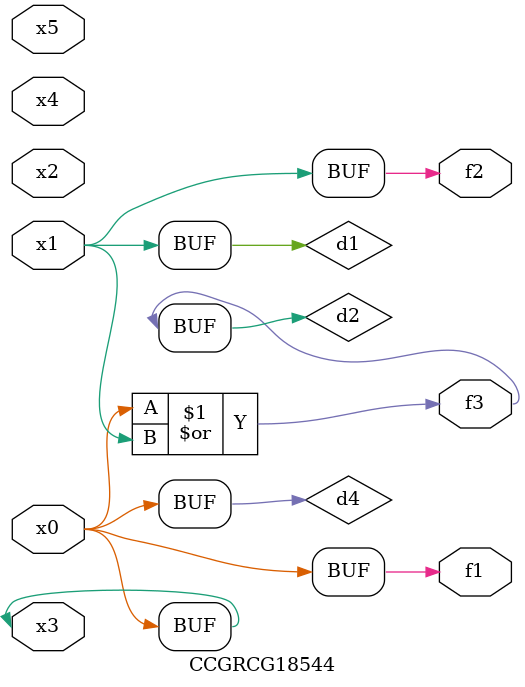
<source format=v>
module CCGRCG18544(
	input x0, x1, x2, x3, x4, x5,
	output f1, f2, f3
);

	wire d1, d2, d3, d4;

	and (d1, x1);
	or (d2, x0, x1);
	nand (d3, x0, x5);
	buf (d4, x0, x3);
	assign f1 = d4;
	assign f2 = d1;
	assign f3 = d2;
endmodule

</source>
